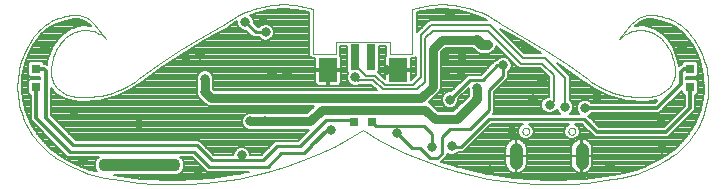
<source format=gtl>
G75*
G70*
%OFA0B0*%
%FSLAX24Y24*%
%IPPOS*%
%LPD*%
%AMOC8*
5,1,8,0,0,1.08239X$1,22.5*
%
%ADD10C,0.0010*%
%ADD11R,0.0315X0.0315*%
%ADD12R,0.0315X0.0866*%
%ADD13R,0.0591X0.0787*%
%ADD14C,0.0000*%
%ADD15C,0.0437*%
%ADD16C,0.0080*%
%ADD17C,0.0320*%
%ADD18C,0.0318*%
%ADD19C,0.0300*%
%ADD20C,0.0436*%
%ADD21C,0.0400*%
%ADD22C,0.0320*%
%ADD23C,0.0100*%
%ADD24C,0.0120*%
D10*
X002950Y003857D02*
X002839Y003934D01*
X002732Y004017D01*
X002628Y004104D01*
X002529Y004197D01*
X002435Y004294D01*
X002345Y004395D01*
X002260Y004501D01*
X002181Y004611D01*
X002107Y004724D01*
X002038Y004841D01*
X001975Y004961D01*
X001918Y005084D01*
X001867Y005209D01*
X001822Y005337D01*
X001783Y005466D01*
X001750Y005598D01*
X001724Y005731D01*
X001704Y005865D01*
X001691Y005999D01*
X001684Y006135D01*
X001684Y006270D01*
X001690Y006405D01*
X001702Y006540D01*
X001721Y006674D01*
X001747Y006807D01*
X001779Y006939D01*
X001817Y007069D01*
X001861Y007197D01*
X001911Y007323D01*
X001968Y007446D01*
X002030Y007566D01*
X002098Y007683D01*
X002171Y007797D01*
X002250Y007907D01*
X003600Y008607D02*
X003653Y008607D01*
X003706Y008603D01*
X003758Y008596D01*
X003810Y008585D01*
X003861Y008571D01*
X003911Y008554D01*
X003960Y008533D01*
X004008Y008510D01*
X004053Y008483D01*
X004097Y008453D01*
X004139Y008420D01*
X004178Y008385D01*
X004215Y008347D01*
X004250Y008307D01*
X004650Y007807D01*
X004606Y007849D01*
X004559Y007888D01*
X004510Y007924D01*
X004459Y007958D01*
X004406Y007988D01*
X004351Y008014D01*
X004295Y008038D01*
X004238Y008057D01*
X004179Y008074D01*
X004119Y008086D01*
X004059Y008095D01*
X003999Y008100D01*
X003938Y008102D01*
X003877Y008100D01*
X003816Y008094D01*
X003756Y008084D01*
X003697Y008071D01*
X003638Y008054D01*
X003581Y008034D01*
X003525Y008010D01*
X003470Y007983D01*
X003418Y007952D01*
X003367Y007918D01*
X003318Y007882D01*
X003272Y007842D01*
X003229Y007800D01*
X003188Y007755D01*
X003149Y007707D01*
X002250Y007907D02*
X002301Y007972D01*
X002355Y008034D01*
X002413Y008094D01*
X002473Y008151D01*
X002535Y008205D01*
X002600Y008257D01*
X002668Y008305D01*
X002737Y008350D01*
X002809Y008391D01*
X002882Y008429D01*
X002957Y008464D01*
X003034Y008495D01*
X003112Y008522D01*
X003192Y008546D01*
X003272Y008566D01*
X003353Y008582D01*
X003435Y008594D01*
X003517Y008603D01*
X003600Y008607D01*
X003500Y005907D02*
X003636Y005889D01*
X003772Y005877D01*
X003909Y005872D01*
X004046Y005874D01*
X004183Y005881D01*
X004319Y005896D01*
X004454Y005916D01*
X004589Y005943D01*
X004722Y005976D01*
X004853Y006016D01*
X004982Y006061D01*
X005109Y006113D01*
X005233Y006171D01*
X005355Y006234D01*
X005473Y006303D01*
X005589Y006377D01*
X005700Y006457D01*
X003150Y007707D02*
X003102Y007641D01*
X003058Y007572D01*
X003016Y007502D01*
X002978Y007430D01*
X002944Y007356D01*
X002912Y007281D01*
X002884Y007205D01*
X002860Y007127D01*
X002840Y007048D01*
X002823Y006968D01*
X002809Y006888D01*
X002800Y006807D01*
X002801Y006806D02*
X002797Y006749D01*
X002798Y006692D01*
X002802Y006635D01*
X002810Y006579D01*
X002823Y006523D01*
X002839Y006468D01*
X002858Y006415D01*
X002882Y006363D01*
X002908Y006312D01*
X002939Y006264D01*
X002972Y006218D01*
X003009Y006174D01*
X003048Y006133D01*
X003090Y006094D01*
X003135Y006059D01*
X003182Y006027D01*
X003231Y005998D01*
X003282Y005972D01*
X003335Y005950D01*
X003389Y005932D01*
X003444Y005918D01*
X003500Y005907D01*
X002950Y003856D02*
X003159Y003726D01*
X003374Y003605D01*
X003595Y003495D01*
X003820Y003395D01*
X004050Y003306D01*
X017800Y008307D02*
X018551Y007886D01*
X019285Y007438D01*
X020002Y006961D01*
X020700Y006457D01*
X023250Y007707D02*
X023298Y007641D01*
X023342Y007572D01*
X023384Y007502D01*
X023422Y007430D01*
X023456Y007356D01*
X023488Y007281D01*
X023516Y007205D01*
X023540Y007127D01*
X023560Y007048D01*
X023577Y006968D01*
X023591Y006888D01*
X023600Y006807D01*
X023599Y006806D02*
X023603Y006749D01*
X023602Y006692D01*
X023598Y006635D01*
X023590Y006579D01*
X023577Y006523D01*
X023561Y006468D01*
X023542Y006415D01*
X023518Y006363D01*
X023492Y006312D01*
X023461Y006264D01*
X023428Y006218D01*
X023391Y006174D01*
X023352Y006133D01*
X023310Y006094D01*
X023265Y006059D01*
X023218Y006027D01*
X023169Y005998D01*
X023118Y005972D01*
X023065Y005950D01*
X023011Y005932D01*
X022956Y005918D01*
X022900Y005907D01*
X024150Y007907D02*
X024099Y007972D01*
X024045Y008034D01*
X023987Y008094D01*
X023927Y008151D01*
X023865Y008205D01*
X023800Y008257D01*
X023732Y008305D01*
X023663Y008350D01*
X023591Y008391D01*
X023518Y008429D01*
X023443Y008464D01*
X023366Y008495D01*
X023288Y008522D01*
X023208Y008546D01*
X023128Y008566D01*
X023047Y008582D01*
X022965Y008594D01*
X022883Y008603D01*
X022800Y008607D01*
X022900Y005907D02*
X022764Y005889D01*
X022628Y005877D01*
X022491Y005872D01*
X022354Y005874D01*
X022217Y005881D01*
X022081Y005896D01*
X021946Y005916D01*
X021811Y005943D01*
X021678Y005976D01*
X021547Y006016D01*
X021418Y006061D01*
X021291Y006113D01*
X021167Y006171D01*
X021045Y006234D01*
X020927Y006303D01*
X020811Y006377D01*
X020700Y006457D01*
X024150Y007907D02*
X024229Y007797D01*
X024302Y007683D01*
X024370Y007566D01*
X024432Y007446D01*
X024489Y007323D01*
X024539Y007197D01*
X024583Y007069D01*
X024621Y006939D01*
X024653Y006807D01*
X024679Y006674D01*
X024698Y006540D01*
X024710Y006405D01*
X024716Y006270D01*
X024716Y006135D01*
X024709Y005999D01*
X024696Y005865D01*
X024676Y005731D01*
X024650Y005598D01*
X024617Y005466D01*
X024578Y005337D01*
X024533Y005209D01*
X024482Y005084D01*
X024425Y004961D01*
X024362Y004841D01*
X024293Y004724D01*
X024219Y004611D01*
X024140Y004501D01*
X024055Y004395D01*
X023965Y004294D01*
X023871Y004197D01*
X023772Y004104D01*
X023668Y004017D01*
X023561Y003934D01*
X023450Y003857D01*
X023251Y007707D02*
X023212Y007755D01*
X023171Y007800D01*
X023128Y007842D01*
X023082Y007882D01*
X023033Y007918D01*
X022982Y007952D01*
X022930Y007983D01*
X022875Y008010D01*
X022819Y008034D01*
X022762Y008054D01*
X022703Y008071D01*
X022644Y008084D01*
X022584Y008094D01*
X022523Y008100D01*
X022462Y008102D01*
X022401Y008100D01*
X022341Y008095D01*
X022281Y008086D01*
X022221Y008074D01*
X022162Y008057D01*
X022105Y008038D01*
X022049Y008014D01*
X021994Y007988D01*
X021941Y007958D01*
X021890Y007924D01*
X021841Y007888D01*
X021794Y007849D01*
X021750Y007807D01*
X022150Y008307D01*
X022185Y008347D01*
X022222Y008385D01*
X022261Y008420D01*
X022303Y008453D01*
X022347Y008483D01*
X022392Y008510D01*
X022440Y008533D01*
X022489Y008554D01*
X022539Y008571D01*
X022590Y008585D01*
X022642Y008596D01*
X022694Y008603D01*
X022747Y008607D01*
X022800Y008607D01*
X023450Y003856D02*
X023241Y003726D01*
X023026Y003605D01*
X022805Y003495D01*
X022580Y003395D01*
X022350Y003306D01*
X008600Y008307D02*
X007849Y007886D01*
X007115Y007438D01*
X006398Y006961D01*
X005700Y006457D01*
X008600Y008306D02*
X008726Y008397D01*
X008857Y008481D01*
X008991Y008559D01*
X009129Y008631D01*
X009270Y008696D01*
X009415Y008754D01*
X009561Y008805D01*
X009711Y008849D01*
X009861Y008886D01*
X010014Y008915D01*
X010168Y008938D01*
X010323Y008952D01*
X010478Y008960D01*
X010633Y008960D01*
X010788Y008953D01*
X010943Y008938D01*
X011097Y008916D01*
X011250Y008887D01*
X011401Y008850D01*
X011550Y008806D01*
X011550Y008807D02*
X011550Y007307D01*
X012300Y007307D01*
X012300Y007707D01*
X014100Y007707D01*
X014100Y007307D01*
X014850Y007307D01*
X014850Y008807D01*
X014850Y008806D02*
X014999Y008850D01*
X015150Y008887D01*
X015303Y008916D01*
X015457Y008938D01*
X015612Y008953D01*
X015767Y008960D01*
X015922Y008960D01*
X016077Y008952D01*
X016232Y008938D01*
X016386Y008915D01*
X016539Y008886D01*
X016689Y008849D01*
X016839Y008805D01*
X016985Y008754D01*
X017130Y008696D01*
X017271Y008631D01*
X017409Y008559D01*
X017543Y008481D01*
X017674Y008397D01*
X017800Y008306D01*
X013201Y004757D02*
X013683Y004473D01*
X014178Y004212D01*
X014685Y003975D01*
X015202Y003762D01*
X015729Y003573D01*
X016264Y003409D01*
X016806Y003270D01*
X017353Y003156D01*
X017906Y003069D01*
X018462Y003007D01*
X019021Y002972D01*
X019580Y002962D01*
X020139Y002979D01*
X020697Y003022D01*
X021253Y003091D01*
X021804Y003186D01*
X022350Y003307D01*
X013199Y004757D02*
X012717Y004473D01*
X012222Y004212D01*
X011715Y003975D01*
X011198Y003762D01*
X010671Y003573D01*
X010136Y003409D01*
X009594Y003270D01*
X009047Y003156D01*
X008494Y003069D01*
X007938Y003007D01*
X007379Y002972D01*
X006820Y002962D01*
X006261Y002979D01*
X005703Y003022D01*
X005147Y003091D01*
X004596Y003186D01*
X004050Y003307D01*
D11*
X002300Y006211D03*
X002300Y006802D03*
X012905Y005047D03*
X013495Y005047D03*
X024100Y006211D03*
X024100Y006802D03*
D12*
X013456Y007207D03*
X012944Y007207D03*
D13*
X012039Y006774D03*
X014361Y006774D03*
D14*
X018514Y004733D02*
X018516Y004754D01*
X018522Y004774D01*
X018531Y004794D01*
X018543Y004811D01*
X018558Y004825D01*
X018576Y004837D01*
X018596Y004845D01*
X018616Y004850D01*
X018637Y004851D01*
X018658Y004848D01*
X018678Y004842D01*
X018697Y004831D01*
X018714Y004818D01*
X018727Y004802D01*
X018738Y004784D01*
X018746Y004764D01*
X018750Y004744D01*
X018750Y004722D01*
X018746Y004702D01*
X018738Y004682D01*
X018727Y004664D01*
X018714Y004648D01*
X018697Y004635D01*
X018678Y004624D01*
X018658Y004618D01*
X018637Y004615D01*
X018616Y004616D01*
X018596Y004621D01*
X018576Y004629D01*
X018558Y004641D01*
X018543Y004655D01*
X018531Y004672D01*
X018522Y004692D01*
X018516Y004712D01*
X018514Y004733D01*
X020050Y004733D02*
X020052Y004754D01*
X020058Y004774D01*
X020067Y004794D01*
X020079Y004811D01*
X020094Y004825D01*
X020112Y004837D01*
X020132Y004845D01*
X020152Y004850D01*
X020173Y004851D01*
X020194Y004848D01*
X020214Y004842D01*
X020233Y004831D01*
X020250Y004818D01*
X020263Y004802D01*
X020274Y004784D01*
X020282Y004764D01*
X020286Y004744D01*
X020286Y004722D01*
X020282Y004702D01*
X020274Y004682D01*
X020263Y004664D01*
X020250Y004648D01*
X020233Y004635D01*
X020214Y004624D01*
X020194Y004618D01*
X020173Y004615D01*
X020152Y004616D01*
X020132Y004621D01*
X020112Y004629D01*
X020094Y004641D01*
X020079Y004655D01*
X020067Y004672D01*
X020058Y004692D01*
X020052Y004712D01*
X020050Y004733D01*
D15*
X020493Y004125D02*
X020493Y003688D01*
X018307Y003688D02*
X018307Y004125D01*
D16*
X003820Y003553D02*
X003285Y003820D01*
X003030Y003978D01*
X002810Y004139D01*
X002425Y004526D01*
X002127Y004982D01*
X001927Y005489D01*
X001834Y006026D01*
X001852Y006571D01*
X001980Y007100D01*
X002213Y007593D01*
X002366Y007819D01*
X002482Y007957D01*
X002757Y008190D01*
X003077Y008355D01*
X003425Y008446D01*
X003605Y008462D01*
X003706Y008457D01*
X003900Y008402D01*
X004068Y008290D01*
X004120Y008234D01*
X003866Y008261D01*
X003483Y008168D01*
X003153Y007951D01*
X003071Y007842D01*
X003071Y007842D01*
X003041Y007803D01*
X003034Y007794D01*
X002998Y007746D01*
X002874Y007582D01*
X002681Y007085D01*
X002667Y006944D01*
X002629Y006982D01*
X002577Y006982D01*
X002577Y007009D01*
X002507Y007079D01*
X002093Y007079D01*
X002023Y007009D01*
X002023Y006595D01*
X002093Y006524D01*
X002450Y006524D01*
X002450Y006489D01*
X002093Y006489D01*
X002023Y006419D01*
X002023Y006004D01*
X002093Y005934D01*
X002120Y005934D01*
X002120Y005092D01*
X003125Y004087D01*
X003140Y004087D01*
X003350Y003877D01*
X004392Y003877D01*
X004313Y003798D01*
X004262Y003674D01*
X004262Y003539D01*
X004313Y003415D01*
X004336Y003392D01*
X004092Y003446D01*
X003820Y003553D01*
X003813Y003556D02*
X004262Y003556D01*
X004262Y003635D02*
X003656Y003635D01*
X003499Y003713D02*
X004278Y003713D01*
X004311Y003792D02*
X003342Y003792D01*
X003204Y003870D02*
X004385Y003870D01*
X004287Y003478D02*
X004011Y003478D01*
X004305Y003399D02*
X004329Y003399D01*
X004904Y003287D02*
X006789Y003287D01*
X006833Y003269D01*
X006967Y003269D01*
X007092Y003320D01*
X007187Y003415D01*
X007238Y003539D01*
X007238Y003674D01*
X007187Y003798D01*
X007108Y003877D01*
X007510Y003877D01*
X008010Y003377D01*
X009395Y003377D01*
X009326Y003359D01*
X008166Y003175D01*
X006994Y003107D01*
X005821Y003156D01*
X004904Y003287D01*
X005217Y003242D02*
X008591Y003242D01*
X009087Y003321D02*
X007092Y003321D01*
X007171Y003399D02*
X007987Y003399D01*
X007909Y003478D02*
X007213Y003478D01*
X007238Y003556D02*
X007830Y003556D01*
X007752Y003635D02*
X007238Y003635D01*
X007222Y003713D02*
X007673Y003713D01*
X007595Y003792D02*
X007189Y003792D01*
X007115Y003870D02*
X007516Y003870D01*
X007904Y004263D02*
X010136Y004263D01*
X010170Y004297D02*
X009810Y003937D01*
X009439Y003937D01*
X009439Y003982D01*
X009397Y004085D01*
X009318Y004163D01*
X009216Y004206D01*
X009104Y004206D01*
X009002Y004163D01*
X008923Y004085D01*
X008881Y003982D01*
X008881Y003937D01*
X008230Y003937D01*
X007730Y004437D01*
X003620Y004437D01*
X003520Y004537D01*
X003520Y004551D01*
X002810Y005261D01*
X002810Y006189D01*
X002972Y005981D01*
X003293Y005792D01*
X003293Y005792D01*
X003418Y005773D01*
X003422Y005772D01*
X003478Y005763D01*
X003537Y005754D01*
X003781Y005716D01*
X004393Y005744D01*
X004393Y005744D01*
X004988Y005893D01*
X005542Y006157D01*
X005739Y006305D01*
X005776Y006332D01*
X005787Y006341D01*
X006481Y006841D01*
X007922Y007761D01*
X008628Y008156D01*
X008639Y008155D01*
X008678Y008184D01*
X008721Y008207D01*
X008724Y008216D01*
X008933Y008358D01*
X009001Y008391D01*
X009001Y008311D01*
X009043Y008209D01*
X009122Y008130D01*
X009224Y008088D01*
X009319Y008088D01*
X009450Y007956D01*
X009550Y007857D01*
X009735Y007857D01*
X009802Y007790D01*
X009904Y007748D01*
X010016Y007748D01*
X010118Y007790D01*
X010197Y007869D01*
X010239Y007971D01*
X010239Y008082D01*
X010197Y008185D01*
X010118Y008263D01*
X010016Y008306D01*
X009904Y008306D01*
X009802Y008263D01*
X009735Y008197D01*
X009690Y008197D01*
X009559Y008328D01*
X009559Y008422D01*
X009517Y008525D01*
X009438Y008603D01*
X009436Y008604D01*
X009466Y008618D01*
X010038Y008773D01*
X010630Y008816D01*
X011219Y008745D01*
X011405Y008696D01*
X011405Y007247D01*
X011490Y007162D01*
X011603Y007162D01*
X011603Y006814D01*
X011999Y006814D01*
X011999Y006734D01*
X012079Y006734D01*
X012079Y006814D01*
X012474Y006814D01*
X012474Y007186D01*
X012464Y007221D01*
X012446Y007253D01*
X012445Y007254D01*
X012445Y007562D01*
X012667Y007562D01*
X012667Y006724D01*
X012705Y006686D01*
X012703Y006685D01*
X012661Y006582D01*
X012661Y006471D01*
X012703Y006369D01*
X012782Y006290D01*
X012884Y006248D01*
X012996Y006248D01*
X013066Y006277D01*
X013090Y006277D01*
X013100Y006287D01*
X013474Y006287D01*
X013664Y006097D01*
X008252Y006097D01*
X008210Y006139D01*
X008210Y006409D01*
X008219Y006431D01*
X008219Y006542D01*
X008177Y006645D01*
X008098Y006723D01*
X007996Y006766D01*
X007884Y006766D01*
X007782Y006723D01*
X007703Y006645D01*
X007661Y006542D01*
X007661Y006431D01*
X007670Y006409D01*
X007670Y006104D01*
X007661Y006082D01*
X007661Y005971D01*
X007703Y005869D01*
X007782Y005790D01*
X007804Y005781D01*
X007911Y005674D01*
X007911Y005674D01*
X007987Y005598D01*
X008086Y005557D01*
X011568Y005557D01*
X011338Y005327D01*
X010030Y005327D01*
X010006Y005337D01*
X009894Y005337D01*
X009870Y005327D01*
X009530Y005327D01*
X009506Y005337D01*
X009394Y005337D01*
X009291Y005294D01*
X009213Y005215D01*
X009170Y005112D01*
X009170Y005001D01*
X009213Y004898D01*
X009291Y004819D01*
X009394Y004777D01*
X009506Y004777D01*
X009530Y004787D01*
X009870Y004787D01*
X009894Y004777D01*
X010006Y004777D01*
X010030Y004787D01*
X011410Y004787D01*
X011020Y004397D01*
X010270Y004397D01*
X010170Y004297D01*
X010214Y004341D02*
X007826Y004341D01*
X007747Y004420D02*
X011043Y004420D01*
X011121Y004498D02*
X003559Y004498D01*
X003495Y004577D02*
X011200Y004577D01*
X011278Y004655D02*
X003416Y004655D01*
X003338Y004734D02*
X011357Y004734D01*
X011373Y005362D02*
X002810Y005362D01*
X002810Y005440D02*
X011452Y005440D01*
X011530Y005519D02*
X002810Y005519D01*
X002810Y005597D02*
X007988Y005597D01*
X007909Y005676D02*
X002810Y005676D01*
X002810Y005754D02*
X003537Y005754D01*
X003537Y005754D01*
X003781Y005716D02*
X003781Y005716D01*
X003224Y005833D02*
X002810Y005833D01*
X002810Y005911D02*
X003091Y005911D01*
X002972Y005981D02*
X002972Y005981D01*
X002972Y005981D01*
X002965Y005990D02*
X002810Y005990D01*
X002810Y006068D02*
X002904Y006068D01*
X002843Y006147D02*
X002810Y006147D01*
X002120Y005911D02*
X001854Y005911D01*
X001868Y005833D02*
X002120Y005833D01*
X002120Y005754D02*
X001881Y005754D01*
X001895Y005676D02*
X002120Y005676D01*
X002120Y005597D02*
X001908Y005597D01*
X001922Y005519D02*
X002120Y005519D01*
X002120Y005440D02*
X001946Y005440D01*
X001977Y005362D02*
X002120Y005362D01*
X002120Y005283D02*
X002008Y005283D01*
X002039Y005205D02*
X002120Y005205D01*
X002120Y005126D02*
X002070Y005126D01*
X002101Y005048D02*
X002164Y005048D01*
X002135Y004969D02*
X002243Y004969D01*
X002186Y004891D02*
X002321Y004891D01*
X002400Y004812D02*
X002238Y004812D01*
X002289Y004734D02*
X002478Y004734D01*
X002557Y004655D02*
X002341Y004655D01*
X002392Y004577D02*
X002635Y004577D01*
X002714Y004498D02*
X002453Y004498D01*
X002531Y004420D02*
X002792Y004420D01*
X002871Y004341D02*
X002609Y004341D01*
X002687Y004263D02*
X002949Y004263D01*
X003028Y004184D02*
X002765Y004184D01*
X002856Y004106D02*
X003106Y004106D01*
X003199Y004027D02*
X002963Y004027D01*
X003030Y003978D02*
X003030Y003978D01*
X003077Y003949D02*
X003278Y003949D01*
X003259Y004812D02*
X009309Y004812D01*
X009220Y004891D02*
X003181Y004891D01*
X003102Y004969D02*
X009183Y004969D01*
X009170Y005048D02*
X003024Y005048D01*
X002945Y005126D02*
X009176Y005126D01*
X009208Y005205D02*
X002867Y005205D01*
X002810Y005283D02*
X009281Y005283D01*
X008210Y006147D02*
X013614Y006147D01*
X013535Y006225D02*
X008210Y006225D01*
X008210Y006304D02*
X011626Y006304D01*
X011631Y006294D02*
X011657Y006268D01*
X011689Y006249D01*
X011725Y006240D01*
X011999Y006240D01*
X011999Y006734D01*
X011603Y006734D01*
X011603Y006361D01*
X011613Y006326D01*
X011631Y006294D01*
X011603Y006382D02*
X008210Y006382D01*
X008219Y006461D02*
X011603Y006461D01*
X011603Y006539D02*
X008219Y006539D01*
X008188Y006618D02*
X011603Y006618D01*
X011603Y006696D02*
X008125Y006696D01*
X007755Y006696D02*
X006280Y006696D01*
X006388Y006775D02*
X011999Y006775D01*
X011999Y006696D02*
X012079Y006696D01*
X012079Y006734D02*
X012079Y006240D01*
X012352Y006240D01*
X012388Y006249D01*
X012420Y006268D01*
X012446Y006294D01*
X012464Y006326D01*
X012474Y006361D01*
X012474Y006734D01*
X012079Y006734D01*
X012079Y006775D02*
X012667Y006775D01*
X012667Y006853D02*
X012474Y006853D01*
X012474Y006932D02*
X012667Y006932D01*
X012667Y007010D02*
X012474Y007010D01*
X012474Y007089D02*
X012667Y007089D01*
X012667Y007167D02*
X012474Y007167D01*
X012450Y007246D02*
X012667Y007246D01*
X012667Y007324D02*
X012445Y007324D01*
X012445Y007403D02*
X012667Y007403D01*
X012667Y007481D02*
X012445Y007481D01*
X012445Y007560D02*
X012667Y007560D01*
X012944Y006943D02*
X013300Y006587D01*
X013600Y006587D01*
X013920Y006267D01*
X014860Y006267D01*
X015120Y006527D01*
X015120Y007927D01*
X015460Y008267D01*
X017440Y008267D01*
X018520Y007187D01*
X019260Y007187D01*
X019940Y006507D01*
X019940Y005547D01*
X020127Y005754D02*
X020466Y005754D01*
X020441Y005744D02*
X020363Y005665D01*
X020320Y005562D01*
X020320Y005451D01*
X020363Y005348D01*
X020394Y005317D01*
X020105Y005317D01*
X020177Y005389D01*
X020219Y005491D01*
X020219Y005602D01*
X020177Y005705D01*
X020100Y005781D01*
X020100Y006573D01*
X019677Y006996D01*
X019919Y006841D01*
X020613Y006341D01*
X020613Y006341D01*
X020623Y006333D01*
X020661Y006305D01*
X020858Y006157D01*
X021412Y005893D01*
X022007Y005744D01*
X022619Y005716D01*
X022619Y005716D01*
X022863Y005754D01*
X022922Y005763D01*
X022926Y005764D01*
X022982Y005773D01*
X023017Y005778D01*
X022925Y005687D01*
X020816Y005687D01*
X020759Y005744D01*
X020656Y005787D01*
X020544Y005787D01*
X020441Y005744D01*
X020373Y005676D02*
X020189Y005676D01*
X020219Y005597D02*
X020334Y005597D01*
X020320Y005519D02*
X020219Y005519D01*
X020198Y005440D02*
X020324Y005440D01*
X020357Y005362D02*
X020150Y005362D01*
X019775Y005317D02*
X017530Y005317D01*
X017570Y005356D01*
X017570Y006036D01*
X017950Y006417D01*
X018050Y006516D01*
X018050Y006702D01*
X018117Y006769D01*
X018159Y006871D01*
X018159Y006982D01*
X018117Y007085D01*
X018038Y007163D01*
X017936Y007206D01*
X017824Y007206D01*
X017722Y007163D01*
X017655Y007097D01*
X017610Y007097D01*
X017510Y006997D01*
X017130Y006617D01*
X016690Y006617D01*
X016590Y006517D01*
X016139Y006066D01*
X016044Y006066D01*
X015942Y006023D01*
X015863Y005945D01*
X015821Y005842D01*
X015821Y005731D01*
X015863Y005629D01*
X015942Y005550D01*
X016044Y005508D01*
X016156Y005508D01*
X016258Y005550D01*
X016337Y005629D01*
X016379Y005731D01*
X016379Y005825D01*
X016720Y006166D01*
X016720Y006101D01*
X016730Y006077D01*
X016730Y005929D01*
X016723Y005911D01*
X016208Y005397D01*
X015712Y005397D01*
X015433Y005676D01*
X015389Y005694D01*
X015673Y005978D01*
X015749Y006054D01*
X015790Y006153D01*
X015790Y007375D01*
X015932Y007517D01*
X016844Y007517D01*
X016923Y007438D01*
X017001Y007359D01*
X017104Y007317D01*
X017416Y007317D01*
X017519Y007359D01*
X017597Y007438D01*
X017640Y007541D01*
X017640Y007580D01*
X018300Y006920D01*
X018394Y006827D01*
X019114Y006827D01*
X019400Y006540D01*
X019400Y005886D01*
X019364Y005886D01*
X019262Y005843D01*
X019183Y005765D01*
X019141Y005662D01*
X019141Y005551D01*
X019183Y005449D01*
X019262Y005370D01*
X019364Y005328D01*
X019476Y005328D01*
X019578Y005370D01*
X019657Y005449D01*
X019668Y005475D01*
X019703Y005389D01*
X019775Y005317D01*
X019730Y005362D02*
X019558Y005362D01*
X019648Y005440D02*
X019682Y005440D01*
X019420Y005607D02*
X019560Y005747D01*
X019560Y006607D01*
X019180Y006987D01*
X018460Y006987D01*
X017360Y008087D01*
X015520Y008087D01*
X015260Y007827D01*
X015260Y006387D01*
X015000Y006127D01*
X013860Y006127D01*
X013540Y006447D01*
X013020Y006447D01*
X012768Y006304D02*
X012452Y006304D01*
X012474Y006382D02*
X012698Y006382D01*
X012665Y006461D02*
X012474Y006461D01*
X012474Y006539D02*
X012661Y006539D01*
X012676Y006618D02*
X012474Y006618D01*
X012474Y006696D02*
X012694Y006696D01*
X012079Y006618D02*
X011999Y006618D01*
X011999Y006539D02*
X012079Y006539D01*
X012079Y006461D02*
X011999Y006461D01*
X011999Y006382D02*
X012079Y006382D01*
X012079Y006304D02*
X011999Y006304D01*
X011603Y006853D02*
X006499Y006853D01*
X006622Y006932D02*
X011603Y006932D01*
X011603Y007010D02*
X006745Y007010D01*
X006868Y007089D02*
X011603Y007089D01*
X011484Y007167D02*
X006992Y007167D01*
X007115Y007246D02*
X011406Y007246D01*
X011405Y007324D02*
X007238Y007324D01*
X007361Y007403D02*
X011405Y007403D01*
X011405Y007481D02*
X007484Y007481D01*
X007607Y007560D02*
X011405Y007560D01*
X011405Y007638D02*
X007730Y007638D01*
X007853Y007717D02*
X011405Y007717D01*
X011405Y007795D02*
X010123Y007795D01*
X010199Y007874D02*
X011405Y007874D01*
X011405Y007952D02*
X010231Y007952D01*
X010239Y008031D02*
X011405Y008031D01*
X011405Y008109D02*
X010228Y008109D01*
X010194Y008188D02*
X011405Y008188D01*
X011405Y008266D02*
X010111Y008266D01*
X009809Y008266D02*
X009621Y008266D01*
X009559Y008345D02*
X011405Y008345D01*
X011405Y008423D02*
X009559Y008423D01*
X009526Y008502D02*
X011405Y008502D01*
X011405Y008580D02*
X009461Y008580D01*
X009615Y008659D02*
X011405Y008659D01*
X011250Y008737D02*
X009907Y008737D01*
X009376Y008031D02*
X008404Y008031D01*
X008544Y008109D02*
X009172Y008109D01*
X009064Y008188D02*
X008685Y008188D01*
X008798Y008266D02*
X009020Y008266D01*
X009001Y008345D02*
X008913Y008345D01*
X009454Y007952D02*
X008264Y007952D01*
X008124Y007874D02*
X009533Y007874D01*
X009797Y007795D02*
X007983Y007795D01*
X007692Y006618D02*
X006171Y006618D01*
X006062Y006539D02*
X007661Y006539D01*
X007661Y006461D02*
X005953Y006461D01*
X005845Y006382D02*
X007670Y006382D01*
X007670Y006304D02*
X005738Y006304D01*
X005739Y006305D02*
X005739Y006305D01*
X005787Y006341D02*
X005787Y006341D01*
X005633Y006225D02*
X007670Y006225D01*
X007670Y006147D02*
X005521Y006147D01*
X005542Y006157D02*
X005542Y006157D01*
X005356Y006068D02*
X007661Y006068D01*
X007661Y005990D02*
X005192Y005990D01*
X005027Y005911D02*
X007686Y005911D01*
X007739Y005833D02*
X004748Y005833D01*
X004988Y005893D02*
X004988Y005893D01*
X004434Y005754D02*
X007831Y005754D01*
X007983Y004184D02*
X009052Y004184D01*
X008944Y004106D02*
X008061Y004106D01*
X008140Y004027D02*
X008900Y004027D01*
X008881Y003949D02*
X008218Y003949D01*
X007973Y003164D02*
X005769Y003164D01*
X009268Y004184D02*
X010057Y004184D01*
X009979Y004106D02*
X009376Y004106D01*
X009420Y004027D02*
X009900Y004027D01*
X009822Y003949D02*
X009439Y003949D01*
X013711Y006702D02*
X013733Y006724D01*
X013733Y007562D01*
X013955Y007562D01*
X013955Y007254D01*
X013954Y007253D01*
X013936Y007221D01*
X013926Y007186D01*
X013926Y006814D01*
X014321Y006814D01*
X014321Y006734D01*
X013926Y006734D01*
X013926Y006487D01*
X013711Y006702D01*
X013717Y006696D02*
X013926Y006696D01*
X013926Y006618D02*
X013795Y006618D01*
X013874Y006539D02*
X013926Y006539D01*
X013733Y006775D02*
X014321Y006775D01*
X014401Y006775D02*
X014960Y006775D01*
X014960Y006853D02*
X014797Y006853D01*
X014797Y006814D02*
X014797Y007162D01*
X014910Y007162D01*
X014960Y007212D01*
X014960Y006593D01*
X014797Y006430D01*
X014797Y006734D01*
X014401Y006734D01*
X014401Y006814D01*
X014797Y006814D01*
X014797Y006932D02*
X014960Y006932D01*
X014960Y007010D02*
X014797Y007010D01*
X014797Y007089D02*
X014960Y007089D01*
X014960Y007167D02*
X014916Y007167D01*
X014960Y006696D02*
X014797Y006696D01*
X014797Y006618D02*
X014960Y006618D01*
X014906Y006539D02*
X014797Y006539D01*
X014797Y006461D02*
X014828Y006461D01*
X015528Y005833D02*
X015821Y005833D01*
X015821Y005754D02*
X015449Y005754D01*
X015433Y005676D02*
X015844Y005676D01*
X015895Y005597D02*
X015511Y005597D01*
X015590Y005519D02*
X016018Y005519D01*
X016182Y005519D02*
X016330Y005519D01*
X016305Y005597D02*
X016409Y005597D01*
X016356Y005676D02*
X016487Y005676D01*
X016566Y005754D02*
X016379Y005754D01*
X016386Y005833D02*
X016644Y005833D01*
X016723Y005911D02*
X016465Y005911D01*
X016543Y005990D02*
X016730Y005990D01*
X016730Y006068D02*
X016622Y006068D01*
X016700Y006147D02*
X016720Y006147D01*
X016455Y006382D02*
X015790Y006382D01*
X015790Y006304D02*
X016377Y006304D01*
X016298Y006225D02*
X015790Y006225D01*
X015787Y006147D02*
X016220Y006147D01*
X016141Y006068D02*
X015755Y006068D01*
X015685Y005990D02*
X015908Y005990D01*
X015850Y005911D02*
X015606Y005911D01*
X015668Y005440D02*
X016252Y005440D01*
X017070Y004577D02*
X018424Y004577D01*
X018413Y004587D02*
X018486Y004515D01*
X018581Y004475D01*
X018684Y004475D01*
X018778Y004515D01*
X018851Y004587D01*
X018890Y004682D01*
X018890Y004785D01*
X018851Y004880D01*
X018778Y004952D01*
X018720Y004977D01*
X020080Y004977D01*
X020022Y004952D01*
X019949Y004880D01*
X019910Y004785D01*
X019910Y004682D01*
X019949Y004587D01*
X020022Y004515D01*
X020116Y004475D01*
X020219Y004475D01*
X020314Y004515D01*
X020387Y004587D01*
X020426Y004682D01*
X020426Y004785D01*
X020387Y004880D01*
X020314Y004952D01*
X020255Y004977D01*
X020490Y004977D01*
X020520Y004946D01*
X020520Y004932D01*
X020580Y004872D01*
X020820Y004632D01*
X020925Y004527D01*
X023375Y004527D01*
X023480Y004632D01*
X024280Y005432D01*
X024280Y005934D01*
X024307Y005934D01*
X024377Y006004D01*
X024377Y006419D01*
X024307Y006489D01*
X023980Y006489D01*
X023980Y006524D01*
X024307Y006524D01*
X024377Y006595D01*
X024377Y007009D01*
X024307Y007079D01*
X023893Y007079D01*
X023823Y007009D01*
X023823Y006982D01*
X023821Y006982D01*
X023737Y006898D01*
X023719Y007085D01*
X023526Y007582D01*
X023402Y007746D01*
X023402Y007746D01*
X023366Y007794D01*
X023366Y007794D01*
X023329Y007842D01*
X023247Y007951D01*
X023247Y007951D01*
X022917Y008168D01*
X022917Y008168D01*
X022534Y008261D01*
X022534Y008261D01*
X022280Y008234D01*
X022332Y008290D01*
X022500Y008402D01*
X022694Y008457D01*
X022795Y008462D01*
X022795Y008462D01*
X022975Y008446D01*
X023323Y008355D01*
X023643Y008190D01*
X023918Y007957D01*
X024034Y007819D01*
X024187Y007593D01*
X024420Y007100D01*
X024548Y006571D01*
X024566Y006026D01*
X024473Y005489D01*
X024273Y004982D01*
X023975Y004526D01*
X023590Y004139D01*
X023370Y003978D01*
X023115Y003820D01*
X022580Y003553D01*
X022308Y003446D01*
X021742Y003322D01*
X020579Y003156D01*
X019406Y003107D01*
X018234Y003175D01*
X017074Y003359D01*
X015938Y003657D01*
X015801Y003708D01*
X015910Y003817D01*
X016010Y003916D01*
X016010Y003986D01*
X016104Y003947D01*
X016216Y003947D01*
X016319Y003989D01*
X016366Y004037D01*
X016530Y004037D01*
X016630Y004136D01*
X017470Y004977D01*
X018545Y004977D01*
X018486Y004952D01*
X018413Y004880D01*
X018374Y004785D01*
X018374Y004682D01*
X018413Y004587D01*
X018385Y004655D02*
X017149Y004655D01*
X017227Y004734D02*
X018374Y004734D01*
X018386Y004812D02*
X017306Y004812D01*
X017384Y004891D02*
X018424Y004891D01*
X018527Y004969D02*
X017463Y004969D01*
X017570Y005362D02*
X019282Y005362D01*
X019192Y005440D02*
X017570Y005440D01*
X017570Y005519D02*
X019154Y005519D01*
X019141Y005597D02*
X017570Y005597D01*
X017570Y005676D02*
X019147Y005676D01*
X019179Y005754D02*
X017570Y005754D01*
X017570Y005833D02*
X019251Y005833D01*
X019400Y005911D02*
X017570Y005911D01*
X017570Y005990D02*
X019400Y005990D01*
X019400Y006068D02*
X017602Y006068D01*
X017680Y006147D02*
X019400Y006147D01*
X019400Y006225D02*
X017759Y006225D01*
X017837Y006304D02*
X019400Y006304D01*
X019400Y006382D02*
X017916Y006382D01*
X017994Y006461D02*
X019400Y006461D01*
X019400Y006539D02*
X018050Y006539D01*
X018050Y006618D02*
X019323Y006618D01*
X019244Y006696D02*
X018050Y006696D01*
X018119Y006775D02*
X019166Y006775D01*
X019127Y007347D02*
X018586Y007347D01*
X017783Y008150D01*
X018478Y007761D01*
X019127Y007347D01*
X019039Y007403D02*
X018530Y007403D01*
X018452Y007481D02*
X018916Y007481D01*
X018793Y007560D02*
X018373Y007560D01*
X018295Y007638D02*
X018670Y007638D01*
X018547Y007717D02*
X018216Y007717D01*
X018138Y007795D02*
X018417Y007795D01*
X018276Y007874D02*
X018059Y007874D01*
X018136Y007952D02*
X017981Y007952D01*
X017996Y008031D02*
X017902Y008031D01*
X017856Y008109D02*
X017824Y008109D01*
X017661Y007560D02*
X017640Y007560D01*
X017615Y007481D02*
X017739Y007481D01*
X017818Y007403D02*
X017562Y007403D01*
X017434Y007324D02*
X017896Y007324D01*
X017975Y007246D02*
X015790Y007246D01*
X015790Y007324D02*
X017086Y007324D01*
X016958Y007403D02*
X015818Y007403D01*
X015896Y007481D02*
X016880Y007481D01*
X017445Y006932D02*
X015790Y006932D01*
X015790Y007010D02*
X017523Y007010D01*
X017602Y007089D02*
X015790Y007089D01*
X015790Y007167D02*
X017731Y007167D01*
X018029Y007167D02*
X018053Y007167D01*
X018113Y007089D02*
X018132Y007089D01*
X018147Y007010D02*
X018210Y007010D01*
X018159Y006932D02*
X018289Y006932D01*
X018367Y006853D02*
X018152Y006853D01*
X017366Y006853D02*
X015790Y006853D01*
X015790Y006775D02*
X017288Y006775D01*
X017209Y006696D02*
X015790Y006696D01*
X015790Y006618D02*
X017131Y006618D01*
X016612Y006539D02*
X015790Y006539D01*
X015790Y006461D02*
X016534Y006461D01*
X014995Y008028D02*
X014995Y008696D01*
X015181Y008745D01*
X015770Y008816D01*
X016362Y008773D01*
X016934Y008618D01*
X017327Y008427D01*
X015394Y008427D01*
X014995Y008028D01*
X014995Y008031D02*
X014998Y008031D01*
X014995Y008109D02*
X015076Y008109D01*
X015155Y008188D02*
X014995Y008188D01*
X014995Y008266D02*
X015233Y008266D01*
X015312Y008345D02*
X014995Y008345D01*
X014995Y008423D02*
X015390Y008423D01*
X015150Y008737D02*
X016493Y008737D01*
X016785Y008659D02*
X014995Y008659D01*
X014995Y008580D02*
X017012Y008580D01*
X017173Y008502D02*
X014995Y008502D01*
X013955Y007560D02*
X013733Y007560D01*
X013733Y007481D02*
X013955Y007481D01*
X013955Y007403D02*
X013733Y007403D01*
X013733Y007324D02*
X013955Y007324D01*
X013950Y007246D02*
X013733Y007246D01*
X013733Y007167D02*
X013926Y007167D01*
X013926Y007089D02*
X013733Y007089D01*
X013733Y007010D02*
X013926Y007010D01*
X013926Y006932D02*
X013733Y006932D01*
X013733Y006853D02*
X013926Y006853D01*
X016756Y004263D02*
X017977Y004263D01*
X017990Y004295D02*
X017963Y004230D01*
X017949Y004160D01*
X017949Y003916D01*
X018298Y003916D01*
X018298Y003897D01*
X018317Y003897D01*
X018317Y003916D01*
X018666Y003916D01*
X018666Y004160D01*
X018652Y004230D01*
X018625Y004295D01*
X018586Y004354D01*
X018536Y004403D01*
X018477Y004443D01*
X018412Y004470D01*
X018343Y004484D01*
X018317Y004484D01*
X018317Y003916D01*
X018298Y003916D01*
X018298Y004484D01*
X018272Y004484D01*
X018203Y004470D01*
X018138Y004443D01*
X018079Y004403D01*
X018029Y004354D01*
X017990Y004295D01*
X018021Y004341D02*
X016835Y004341D01*
X016913Y004420D02*
X018103Y004420D01*
X018298Y004420D02*
X018317Y004420D01*
X018317Y004341D02*
X018298Y004341D01*
X018298Y004263D02*
X018317Y004263D01*
X018317Y004184D02*
X018298Y004184D01*
X018298Y004106D02*
X018317Y004106D01*
X018317Y004027D02*
X018298Y004027D01*
X018298Y003949D02*
X018317Y003949D01*
X018317Y003897D02*
X018666Y003897D01*
X018666Y003653D01*
X018652Y003584D01*
X018625Y003518D01*
X018586Y003460D01*
X018536Y003410D01*
X018477Y003371D01*
X018412Y003344D01*
X018343Y003330D01*
X018317Y003330D01*
X018317Y003897D01*
X018298Y003897D02*
X018298Y003330D01*
X018272Y003330D01*
X018203Y003344D01*
X018138Y003371D01*
X018079Y003410D01*
X018029Y003460D01*
X017990Y003518D01*
X017963Y003584D01*
X017949Y003653D01*
X017949Y003897D01*
X018298Y003897D01*
X018298Y003870D02*
X018317Y003870D01*
X018317Y003792D02*
X018298Y003792D01*
X018298Y003713D02*
X018317Y003713D01*
X018317Y003635D02*
X018298Y003635D01*
X018298Y003556D02*
X018317Y003556D01*
X018317Y003478D02*
X018298Y003478D01*
X018298Y003399D02*
X018317Y003399D01*
X018520Y003399D02*
X020280Y003399D01*
X020264Y003410D02*
X020323Y003371D01*
X020388Y003344D01*
X020457Y003330D01*
X020483Y003330D01*
X020483Y003897D01*
X020502Y003897D01*
X020502Y003330D01*
X020528Y003330D01*
X020597Y003344D01*
X020662Y003371D01*
X020721Y003410D01*
X020771Y003460D01*
X020810Y003518D01*
X020837Y003584D01*
X020851Y003653D01*
X020851Y003897D01*
X020502Y003897D01*
X020502Y003916D01*
X020851Y003916D01*
X020851Y004160D01*
X020837Y004230D01*
X020810Y004295D01*
X020771Y004354D01*
X020721Y004403D01*
X020662Y004443D01*
X020597Y004470D01*
X020528Y004484D01*
X020502Y004484D01*
X020502Y003916D01*
X020483Y003916D01*
X020483Y003897D01*
X020134Y003897D01*
X020134Y003653D01*
X020148Y003584D01*
X020175Y003518D01*
X020214Y003460D01*
X020264Y003410D01*
X020202Y003478D02*
X018598Y003478D01*
X018641Y003556D02*
X020159Y003556D01*
X020138Y003635D02*
X018662Y003635D01*
X018666Y003713D02*
X020134Y003713D01*
X020134Y003792D02*
X018666Y003792D01*
X018666Y003870D02*
X020134Y003870D01*
X020134Y003916D02*
X020483Y003916D01*
X020483Y004484D01*
X020457Y004484D01*
X020388Y004470D01*
X020323Y004443D01*
X020264Y004403D01*
X020214Y004354D01*
X020175Y004295D01*
X020148Y004230D01*
X020134Y004160D01*
X020134Y003916D01*
X020134Y003949D02*
X018666Y003949D01*
X018666Y004027D02*
X020134Y004027D01*
X020134Y004106D02*
X018666Y004106D01*
X018661Y004184D02*
X020139Y004184D01*
X020162Y004263D02*
X018638Y004263D01*
X018594Y004341D02*
X020206Y004341D01*
X020288Y004420D02*
X018512Y004420D01*
X018526Y004498D02*
X016992Y004498D01*
X016678Y004184D02*
X017954Y004184D01*
X017949Y004106D02*
X016599Y004106D01*
X016356Y004027D02*
X017949Y004027D01*
X017949Y003949D02*
X016221Y003949D01*
X016099Y003949D02*
X016010Y003949D01*
X015964Y003870D02*
X017949Y003870D01*
X017949Y003792D02*
X015885Y003792D01*
X015807Y003713D02*
X017949Y003713D01*
X017953Y003635D02*
X016022Y003635D01*
X016321Y003556D02*
X017974Y003556D01*
X018017Y003478D02*
X016620Y003478D01*
X016919Y003399D02*
X018095Y003399D01*
X018427Y003164D02*
X020631Y003164D01*
X020705Y003399D02*
X022095Y003399D01*
X022389Y003478D02*
X020783Y003478D01*
X020826Y003556D02*
X022587Y003556D01*
X022744Y003635D02*
X020847Y003635D01*
X020851Y003713D02*
X022901Y003713D01*
X023058Y003792D02*
X020851Y003792D01*
X020851Y003870D02*
X023196Y003870D01*
X023323Y003949D02*
X020851Y003949D01*
X020851Y004027D02*
X023437Y004027D01*
X023370Y003978D02*
X023370Y003978D01*
X023544Y004106D02*
X020851Y004106D01*
X020846Y004184D02*
X023635Y004184D01*
X023713Y004263D02*
X020823Y004263D01*
X020779Y004341D02*
X023791Y004341D01*
X023869Y004420D02*
X020697Y004420D01*
X020502Y004420D02*
X020483Y004420D01*
X020483Y004341D02*
X020502Y004341D01*
X020502Y004263D02*
X020483Y004263D01*
X020483Y004184D02*
X020502Y004184D01*
X020502Y004106D02*
X020483Y004106D01*
X020483Y004027D02*
X020502Y004027D01*
X020502Y003949D02*
X020483Y003949D01*
X020483Y003870D02*
X020502Y003870D01*
X020502Y003792D02*
X020483Y003792D01*
X020483Y003713D02*
X020502Y003713D01*
X020502Y003635D02*
X020483Y003635D01*
X020483Y003556D02*
X020502Y003556D01*
X020502Y003478D02*
X020483Y003478D01*
X020483Y003399D02*
X020502Y003399D01*
X021183Y003242D02*
X017809Y003242D01*
X017313Y003321D02*
X021735Y003321D01*
X020875Y004577D02*
X020376Y004577D01*
X020415Y004655D02*
X020797Y004655D01*
X020718Y004734D02*
X020426Y004734D01*
X020414Y004812D02*
X020640Y004812D01*
X020561Y004891D02*
X020376Y004891D01*
X020273Y004969D02*
X020497Y004969D01*
X020742Y005205D02*
X023543Y005205D01*
X023465Y005126D02*
X020835Y005126D01*
X020835Y005127D02*
X020775Y005187D01*
X020760Y005187D01*
X020701Y005246D01*
X020759Y005269D01*
X020816Y005327D01*
X023075Y005327D01*
X023180Y005432D01*
X023823Y006075D01*
X023823Y006004D01*
X023893Y005934D01*
X023920Y005934D01*
X023920Y005581D01*
X023225Y004887D01*
X021075Y004887D01*
X020835Y005127D01*
X020914Y005048D02*
X023386Y005048D01*
X023308Y004969D02*
X020992Y004969D01*
X021071Y004891D02*
X023229Y004891D01*
X023503Y004655D02*
X024059Y004655D01*
X024008Y004577D02*
X023425Y004577D01*
X023582Y004734D02*
X024111Y004734D01*
X024162Y004812D02*
X023660Y004812D01*
X023739Y004891D02*
X024214Y004891D01*
X024265Y004969D02*
X023817Y004969D01*
X023896Y005048D02*
X024299Y005048D01*
X024330Y005126D02*
X023974Y005126D01*
X024053Y005205D02*
X024361Y005205D01*
X024392Y005283D02*
X024131Y005283D01*
X024210Y005362D02*
X024423Y005362D01*
X024454Y005440D02*
X024280Y005440D01*
X024280Y005519D02*
X024478Y005519D01*
X024492Y005597D02*
X024280Y005597D01*
X024280Y005676D02*
X024505Y005676D01*
X024519Y005754D02*
X024280Y005754D01*
X024280Y005833D02*
X024532Y005833D01*
X024546Y005911D02*
X024280Y005911D01*
X024363Y005990D02*
X024559Y005990D01*
X024564Y006068D02*
X024377Y006068D01*
X024377Y006147D02*
X024562Y006147D01*
X024559Y006225D02*
X024377Y006225D01*
X024377Y006304D02*
X024557Y006304D01*
X024554Y006382D02*
X024377Y006382D01*
X024335Y006461D02*
X024551Y006461D01*
X024549Y006539D02*
X024322Y006539D01*
X024377Y006618D02*
X024536Y006618D01*
X024517Y006696D02*
X024377Y006696D01*
X024377Y006775D02*
X024498Y006775D01*
X024479Y006853D02*
X024377Y006853D01*
X024377Y006932D02*
X024461Y006932D01*
X024442Y007010D02*
X024376Y007010D01*
X024423Y007089D02*
X023718Y007089D01*
X023719Y007085D02*
X023719Y007085D01*
X023726Y007010D02*
X023824Y007010D01*
X023770Y006932D02*
X023734Y006932D01*
X023687Y007167D02*
X024388Y007167D01*
X024351Y007246D02*
X023657Y007246D01*
X023626Y007324D02*
X024314Y007324D01*
X024277Y007403D02*
X023596Y007403D01*
X023565Y007481D02*
X024240Y007481D01*
X024203Y007560D02*
X023535Y007560D01*
X023526Y007582D02*
X023526Y007582D01*
X023484Y007638D02*
X024157Y007638D01*
X024104Y007717D02*
X023424Y007717D01*
X023365Y007795D02*
X024051Y007795D01*
X024034Y007819D02*
X024034Y007819D01*
X023988Y007874D02*
X023306Y007874D01*
X023329Y007842D02*
X023329Y007842D01*
X023247Y007951D02*
X023247Y007951D01*
X023246Y007952D02*
X023922Y007952D01*
X023831Y008031D02*
X023126Y008031D01*
X023006Y008109D02*
X023738Y008109D01*
X023645Y008188D02*
X022835Y008188D01*
X023063Y008423D02*
X022576Y008423D01*
X022415Y008345D02*
X023344Y008345D01*
X023495Y008266D02*
X022310Y008266D01*
X020662Y006304D02*
X020100Y006304D01*
X020100Y006382D02*
X020555Y006382D01*
X020661Y006305D02*
X020661Y006305D01*
X020767Y006225D02*
X020100Y006225D01*
X020100Y006147D02*
X020879Y006147D01*
X020858Y006157D02*
X020858Y006157D01*
X021044Y006068D02*
X020100Y006068D01*
X020100Y005990D02*
X021208Y005990D01*
X021373Y005911D02*
X020100Y005911D01*
X020100Y005833D02*
X021652Y005833D01*
X021412Y005893D02*
X021412Y005893D01*
X021966Y005754D02*
X020734Y005754D01*
X020772Y005283D02*
X023622Y005283D01*
X023700Y005362D02*
X023110Y005362D01*
X023188Y005440D02*
X023779Y005440D01*
X023857Y005519D02*
X023267Y005519D01*
X023345Y005597D02*
X023920Y005597D01*
X023920Y005676D02*
X023424Y005676D01*
X023502Y005754D02*
X023920Y005754D01*
X023920Y005833D02*
X023581Y005833D01*
X023659Y005911D02*
X023920Y005911D01*
X023837Y005990D02*
X023738Y005990D01*
X023816Y006068D02*
X023823Y006068D01*
X022993Y005754D02*
X022863Y005754D01*
X022007Y005744D02*
X022007Y005744D01*
X020447Y006461D02*
X020100Y006461D01*
X020100Y006539D02*
X020338Y006539D01*
X020229Y006618D02*
X020055Y006618D01*
X020120Y006696D02*
X019977Y006696D01*
X020012Y006775D02*
X019898Y006775D01*
X019901Y006853D02*
X019820Y006853D01*
X019778Y006932D02*
X019741Y006932D01*
X020062Y004969D02*
X018738Y004969D01*
X018840Y004891D02*
X019960Y004891D01*
X019921Y004812D02*
X018879Y004812D01*
X018890Y004734D02*
X019910Y004734D01*
X019921Y004655D02*
X018879Y004655D01*
X018841Y004577D02*
X019959Y004577D01*
X020061Y004498D02*
X018739Y004498D01*
X020274Y004498D02*
X023947Y004498D01*
X004090Y008266D02*
X002905Y008266D01*
X002755Y008188D02*
X003565Y008188D01*
X003483Y008168D02*
X003483Y008168D01*
X003394Y008109D02*
X002662Y008109D01*
X002569Y008031D02*
X003274Y008031D01*
X003154Y007952D02*
X002478Y007952D01*
X002412Y007874D02*
X003094Y007874D01*
X003153Y007951D02*
X003153Y007951D01*
X003153Y007951D01*
X003035Y007795D02*
X002349Y007795D01*
X002296Y007717D02*
X002976Y007717D01*
X002998Y007746D02*
X002998Y007746D01*
X002916Y007638D02*
X002243Y007638D01*
X002197Y007560D02*
X002865Y007560D01*
X002874Y007582D02*
X002874Y007582D01*
X002835Y007481D02*
X002160Y007481D01*
X002123Y007403D02*
X002804Y007403D01*
X002774Y007324D02*
X002086Y007324D01*
X002049Y007246D02*
X002743Y007246D01*
X002713Y007167D02*
X002012Y007167D01*
X001977Y007089D02*
X002682Y007089D01*
X002681Y007085D02*
X002681Y007085D01*
X002674Y007010D02*
X002576Y007010D01*
X002024Y007010D02*
X001958Y007010D01*
X001939Y006932D02*
X002023Y006932D01*
X002023Y006853D02*
X001921Y006853D01*
X001902Y006775D02*
X002023Y006775D01*
X002023Y006696D02*
X001883Y006696D01*
X001864Y006618D02*
X002023Y006618D01*
X002078Y006539D02*
X001851Y006539D01*
X001849Y006461D02*
X002065Y006461D01*
X002023Y006382D02*
X001846Y006382D01*
X001843Y006304D02*
X002023Y006304D01*
X002023Y006225D02*
X001841Y006225D01*
X001838Y006147D02*
X002023Y006147D01*
X002023Y006068D02*
X001836Y006068D01*
X001841Y005990D02*
X002037Y005990D01*
X003866Y008261D02*
X003866Y008261D01*
X003900Y008402D02*
X003900Y008402D01*
X003824Y008423D02*
X003337Y008423D01*
X003056Y008345D02*
X003985Y008345D01*
D17*
X009450Y005057D03*
X009950Y005057D03*
X012130Y004777D03*
X015500Y004207D03*
X016160Y004227D03*
X017000Y005807D03*
X017000Y006157D03*
X016500Y007197D03*
X015930Y007207D03*
X017000Y007757D03*
X017360Y007597D03*
X016100Y008637D03*
X018870Y005807D03*
X019170Y006407D03*
X020600Y005507D03*
D18*
X021000Y005867D03*
X019940Y005547D03*
X019420Y005607D03*
X018180Y004747D03*
X017440Y003447D03*
X016100Y005787D03*
X015940Y006627D03*
X016480Y006607D03*
X017880Y006927D03*
X018640Y007507D03*
X021420Y003567D03*
X023160Y004147D03*
X023120Y005127D03*
X023850Y007507D03*
X014340Y004667D03*
X012940Y006527D03*
X014000Y006767D03*
X010680Y006627D03*
X010180Y006627D03*
X009960Y008027D03*
X009860Y008407D03*
X009280Y008367D03*
X007760Y007287D03*
X007300Y007167D03*
X007940Y006487D03*
X007940Y006027D03*
X009160Y003927D03*
X007700Y003307D03*
X005740Y004987D03*
X003880Y003727D03*
X003560Y005287D03*
X002600Y007507D03*
D19*
X007940Y006487D02*
X007940Y006027D01*
X008140Y005827D01*
X015140Y005827D01*
X015520Y006207D01*
X015520Y007487D01*
X015820Y007787D01*
X016970Y007787D01*
X017000Y007757D01*
X017000Y006157D02*
X017000Y005807D01*
X016320Y005127D01*
X015600Y005127D01*
X015280Y005447D01*
X011840Y005447D01*
X011450Y005057D01*
X009950Y005057D01*
X009450Y005057D01*
X016980Y005827D02*
X017000Y005807D01*
D20*
X006900Y003607D03*
X004600Y003607D03*
D21*
X006900Y003607D01*
D22*
X017000Y007757D02*
X017160Y007597D01*
X017360Y007597D01*
D23*
X017680Y006927D02*
X017880Y006927D01*
X017880Y006587D01*
X017400Y006107D01*
X017400Y005427D01*
X016780Y004807D01*
X016100Y004807D01*
X015840Y004547D01*
X015840Y003987D01*
X015680Y003827D01*
X015440Y003827D01*
X015100Y004167D01*
X014840Y004167D01*
X014340Y004667D01*
X013635Y004907D02*
X013495Y005047D01*
X013635Y004907D02*
X015244Y004907D01*
X015500Y004651D01*
X015500Y004207D01*
X016160Y004227D02*
X016180Y004207D01*
X016460Y004207D01*
X017400Y005147D01*
X020560Y005147D01*
X020760Y004947D01*
X017680Y006927D02*
X017200Y006447D01*
X016760Y006447D01*
X016100Y005787D01*
X013020Y006447D02*
X012940Y006527D01*
X012944Y006943D02*
X012944Y007207D01*
X012845Y005107D02*
X011970Y005107D01*
X011090Y004227D01*
X010340Y004227D01*
X009880Y003767D01*
X009160Y003767D01*
X009160Y003927D01*
X009160Y003767D02*
X008160Y003767D01*
X007660Y004267D01*
X003550Y004267D01*
X003340Y004477D01*
X003200Y004267D02*
X003420Y004047D01*
X007580Y004047D01*
X008080Y003547D01*
X010020Y003547D01*
X010480Y004007D01*
X011250Y004007D01*
X011510Y004267D01*
X012845Y005107D02*
X012905Y005047D01*
X009960Y008027D02*
X009620Y008027D01*
X009280Y008367D01*
D24*
X012020Y004777D02*
X012130Y004777D01*
X012020Y004777D02*
X011510Y004267D01*
X003340Y004477D02*
X002630Y005187D01*
X002630Y006727D01*
X002555Y006802D01*
X002300Y006802D01*
X002300Y006211D02*
X002300Y005167D01*
X003200Y004267D01*
X020600Y005507D02*
X023000Y005507D01*
X023800Y006307D01*
X023800Y006707D01*
X023895Y006802D01*
X024100Y006802D01*
X024100Y006211D02*
X024100Y005507D01*
X023300Y004707D01*
X021000Y004707D01*
X020760Y004947D01*
X020700Y005007D01*
M02*

</source>
